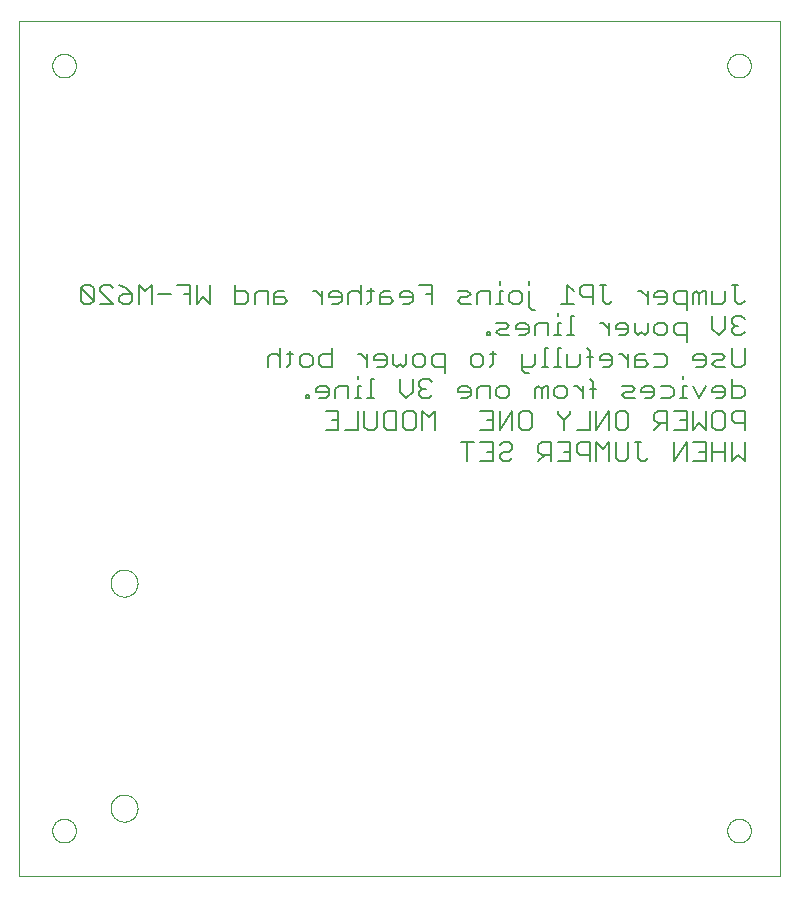
<source format=gbo>
G75*
%MOIN*%
%OFA0B0*%
%FSLAX25Y25*%
%IPPOS*%
%LPD*%
%AMOC8*
5,1,8,0,0,1.08239X$1,22.5*
%
%ADD10C,0.00000*%
%ADD11C,0.00600*%
D10*
X0001000Y0001000D02*
X0001000Y0285961D01*
X0254701Y0285961D01*
X0254701Y0001000D01*
X0001000Y0001000D01*
X0012063Y0016000D02*
X0012065Y0016125D01*
X0012071Y0016250D01*
X0012081Y0016374D01*
X0012095Y0016498D01*
X0012112Y0016622D01*
X0012134Y0016745D01*
X0012160Y0016867D01*
X0012189Y0016989D01*
X0012222Y0017109D01*
X0012260Y0017228D01*
X0012300Y0017347D01*
X0012345Y0017463D01*
X0012393Y0017578D01*
X0012445Y0017692D01*
X0012501Y0017804D01*
X0012560Y0017914D01*
X0012622Y0018022D01*
X0012688Y0018129D01*
X0012757Y0018233D01*
X0012830Y0018334D01*
X0012905Y0018434D01*
X0012984Y0018531D01*
X0013066Y0018625D01*
X0013151Y0018717D01*
X0013238Y0018806D01*
X0013329Y0018892D01*
X0013422Y0018975D01*
X0013518Y0019056D01*
X0013616Y0019133D01*
X0013716Y0019207D01*
X0013819Y0019278D01*
X0013924Y0019345D01*
X0014032Y0019410D01*
X0014141Y0019470D01*
X0014252Y0019528D01*
X0014365Y0019581D01*
X0014479Y0019631D01*
X0014595Y0019678D01*
X0014712Y0019720D01*
X0014831Y0019759D01*
X0014951Y0019795D01*
X0015072Y0019826D01*
X0015194Y0019854D01*
X0015316Y0019877D01*
X0015440Y0019897D01*
X0015564Y0019913D01*
X0015688Y0019925D01*
X0015813Y0019933D01*
X0015938Y0019937D01*
X0016062Y0019937D01*
X0016187Y0019933D01*
X0016312Y0019925D01*
X0016436Y0019913D01*
X0016560Y0019897D01*
X0016684Y0019877D01*
X0016806Y0019854D01*
X0016928Y0019826D01*
X0017049Y0019795D01*
X0017169Y0019759D01*
X0017288Y0019720D01*
X0017405Y0019678D01*
X0017521Y0019631D01*
X0017635Y0019581D01*
X0017748Y0019528D01*
X0017859Y0019470D01*
X0017969Y0019410D01*
X0018076Y0019345D01*
X0018181Y0019278D01*
X0018284Y0019207D01*
X0018384Y0019133D01*
X0018482Y0019056D01*
X0018578Y0018975D01*
X0018671Y0018892D01*
X0018762Y0018806D01*
X0018849Y0018717D01*
X0018934Y0018625D01*
X0019016Y0018531D01*
X0019095Y0018434D01*
X0019170Y0018334D01*
X0019243Y0018233D01*
X0019312Y0018129D01*
X0019378Y0018022D01*
X0019440Y0017914D01*
X0019499Y0017804D01*
X0019555Y0017692D01*
X0019607Y0017578D01*
X0019655Y0017463D01*
X0019700Y0017347D01*
X0019740Y0017228D01*
X0019778Y0017109D01*
X0019811Y0016989D01*
X0019840Y0016867D01*
X0019866Y0016745D01*
X0019888Y0016622D01*
X0019905Y0016498D01*
X0019919Y0016374D01*
X0019929Y0016250D01*
X0019935Y0016125D01*
X0019937Y0016000D01*
X0019935Y0015875D01*
X0019929Y0015750D01*
X0019919Y0015626D01*
X0019905Y0015502D01*
X0019888Y0015378D01*
X0019866Y0015255D01*
X0019840Y0015133D01*
X0019811Y0015011D01*
X0019778Y0014891D01*
X0019740Y0014772D01*
X0019700Y0014653D01*
X0019655Y0014537D01*
X0019607Y0014422D01*
X0019555Y0014308D01*
X0019499Y0014196D01*
X0019440Y0014086D01*
X0019378Y0013978D01*
X0019312Y0013871D01*
X0019243Y0013767D01*
X0019170Y0013666D01*
X0019095Y0013566D01*
X0019016Y0013469D01*
X0018934Y0013375D01*
X0018849Y0013283D01*
X0018762Y0013194D01*
X0018671Y0013108D01*
X0018578Y0013025D01*
X0018482Y0012944D01*
X0018384Y0012867D01*
X0018284Y0012793D01*
X0018181Y0012722D01*
X0018076Y0012655D01*
X0017968Y0012590D01*
X0017859Y0012530D01*
X0017748Y0012472D01*
X0017635Y0012419D01*
X0017521Y0012369D01*
X0017405Y0012322D01*
X0017288Y0012280D01*
X0017169Y0012241D01*
X0017049Y0012205D01*
X0016928Y0012174D01*
X0016806Y0012146D01*
X0016684Y0012123D01*
X0016560Y0012103D01*
X0016436Y0012087D01*
X0016312Y0012075D01*
X0016187Y0012067D01*
X0016062Y0012063D01*
X0015938Y0012063D01*
X0015813Y0012067D01*
X0015688Y0012075D01*
X0015564Y0012087D01*
X0015440Y0012103D01*
X0015316Y0012123D01*
X0015194Y0012146D01*
X0015072Y0012174D01*
X0014951Y0012205D01*
X0014831Y0012241D01*
X0014712Y0012280D01*
X0014595Y0012322D01*
X0014479Y0012369D01*
X0014365Y0012419D01*
X0014252Y0012472D01*
X0014141Y0012530D01*
X0014031Y0012590D01*
X0013924Y0012655D01*
X0013819Y0012722D01*
X0013716Y0012793D01*
X0013616Y0012867D01*
X0013518Y0012944D01*
X0013422Y0013025D01*
X0013329Y0013108D01*
X0013238Y0013194D01*
X0013151Y0013283D01*
X0013066Y0013375D01*
X0012984Y0013469D01*
X0012905Y0013566D01*
X0012830Y0013666D01*
X0012757Y0013767D01*
X0012688Y0013871D01*
X0012622Y0013978D01*
X0012560Y0014086D01*
X0012501Y0014196D01*
X0012445Y0014308D01*
X0012393Y0014422D01*
X0012345Y0014537D01*
X0012300Y0014653D01*
X0012260Y0014772D01*
X0012222Y0014891D01*
X0012189Y0015011D01*
X0012160Y0015133D01*
X0012134Y0015255D01*
X0012112Y0015378D01*
X0012095Y0015502D01*
X0012081Y0015626D01*
X0012071Y0015750D01*
X0012065Y0015875D01*
X0012063Y0016000D01*
X0031500Y0023500D02*
X0031502Y0023634D01*
X0031508Y0023768D01*
X0031518Y0023901D01*
X0031532Y0024035D01*
X0031550Y0024168D01*
X0031572Y0024300D01*
X0031597Y0024431D01*
X0031627Y0024562D01*
X0031661Y0024692D01*
X0031698Y0024820D01*
X0031739Y0024948D01*
X0031784Y0025074D01*
X0031833Y0025199D01*
X0031885Y0025322D01*
X0031941Y0025444D01*
X0032001Y0025564D01*
X0032064Y0025682D01*
X0032131Y0025798D01*
X0032201Y0025912D01*
X0032275Y0026024D01*
X0032352Y0026134D01*
X0032432Y0026242D01*
X0032515Y0026347D01*
X0032601Y0026449D01*
X0032690Y0026549D01*
X0032783Y0026646D01*
X0032878Y0026741D01*
X0032976Y0026832D01*
X0033076Y0026921D01*
X0033179Y0027006D01*
X0033285Y0027089D01*
X0033393Y0027168D01*
X0033503Y0027244D01*
X0033616Y0027317D01*
X0033731Y0027386D01*
X0033847Y0027452D01*
X0033966Y0027514D01*
X0034086Y0027573D01*
X0034209Y0027628D01*
X0034332Y0027680D01*
X0034457Y0027727D01*
X0034584Y0027771D01*
X0034712Y0027812D01*
X0034841Y0027848D01*
X0034971Y0027881D01*
X0035102Y0027909D01*
X0035233Y0027934D01*
X0035366Y0027955D01*
X0035499Y0027972D01*
X0035632Y0027985D01*
X0035766Y0027994D01*
X0035900Y0027999D01*
X0036034Y0028000D01*
X0036167Y0027997D01*
X0036301Y0027990D01*
X0036435Y0027979D01*
X0036568Y0027964D01*
X0036701Y0027945D01*
X0036833Y0027922D01*
X0036964Y0027896D01*
X0037094Y0027865D01*
X0037224Y0027830D01*
X0037352Y0027792D01*
X0037479Y0027750D01*
X0037605Y0027704D01*
X0037730Y0027654D01*
X0037853Y0027601D01*
X0037974Y0027544D01*
X0038094Y0027483D01*
X0038211Y0027419D01*
X0038327Y0027352D01*
X0038441Y0027281D01*
X0038552Y0027206D01*
X0038661Y0027129D01*
X0038768Y0027048D01*
X0038873Y0026964D01*
X0038974Y0026877D01*
X0039074Y0026787D01*
X0039170Y0026694D01*
X0039264Y0026598D01*
X0039355Y0026499D01*
X0039442Y0026398D01*
X0039527Y0026294D01*
X0039609Y0026188D01*
X0039687Y0026080D01*
X0039762Y0025969D01*
X0039834Y0025856D01*
X0039903Y0025740D01*
X0039968Y0025623D01*
X0040029Y0025504D01*
X0040087Y0025383D01*
X0040141Y0025261D01*
X0040192Y0025137D01*
X0040239Y0025011D01*
X0040282Y0024884D01*
X0040321Y0024756D01*
X0040357Y0024627D01*
X0040388Y0024497D01*
X0040416Y0024366D01*
X0040440Y0024234D01*
X0040460Y0024101D01*
X0040476Y0023968D01*
X0040488Y0023835D01*
X0040496Y0023701D01*
X0040500Y0023567D01*
X0040500Y0023433D01*
X0040496Y0023299D01*
X0040488Y0023165D01*
X0040476Y0023032D01*
X0040460Y0022899D01*
X0040440Y0022766D01*
X0040416Y0022634D01*
X0040388Y0022503D01*
X0040357Y0022373D01*
X0040321Y0022244D01*
X0040282Y0022116D01*
X0040239Y0021989D01*
X0040192Y0021863D01*
X0040141Y0021739D01*
X0040087Y0021617D01*
X0040029Y0021496D01*
X0039968Y0021377D01*
X0039903Y0021260D01*
X0039834Y0021144D01*
X0039762Y0021031D01*
X0039687Y0020920D01*
X0039609Y0020812D01*
X0039527Y0020706D01*
X0039442Y0020602D01*
X0039355Y0020501D01*
X0039264Y0020402D01*
X0039170Y0020306D01*
X0039074Y0020213D01*
X0038974Y0020123D01*
X0038873Y0020036D01*
X0038768Y0019952D01*
X0038661Y0019871D01*
X0038552Y0019794D01*
X0038441Y0019719D01*
X0038327Y0019648D01*
X0038211Y0019581D01*
X0038094Y0019517D01*
X0037974Y0019456D01*
X0037853Y0019399D01*
X0037730Y0019346D01*
X0037605Y0019296D01*
X0037479Y0019250D01*
X0037352Y0019208D01*
X0037224Y0019170D01*
X0037094Y0019135D01*
X0036964Y0019104D01*
X0036833Y0019078D01*
X0036701Y0019055D01*
X0036568Y0019036D01*
X0036435Y0019021D01*
X0036301Y0019010D01*
X0036167Y0019003D01*
X0036034Y0019000D01*
X0035900Y0019001D01*
X0035766Y0019006D01*
X0035632Y0019015D01*
X0035499Y0019028D01*
X0035366Y0019045D01*
X0035233Y0019066D01*
X0035102Y0019091D01*
X0034971Y0019119D01*
X0034841Y0019152D01*
X0034712Y0019188D01*
X0034584Y0019229D01*
X0034457Y0019273D01*
X0034332Y0019320D01*
X0034209Y0019372D01*
X0034086Y0019427D01*
X0033966Y0019486D01*
X0033847Y0019548D01*
X0033731Y0019614D01*
X0033616Y0019683D01*
X0033503Y0019756D01*
X0033393Y0019832D01*
X0033285Y0019911D01*
X0033179Y0019994D01*
X0033076Y0020079D01*
X0032976Y0020168D01*
X0032878Y0020259D01*
X0032783Y0020354D01*
X0032690Y0020451D01*
X0032601Y0020551D01*
X0032515Y0020653D01*
X0032432Y0020758D01*
X0032352Y0020866D01*
X0032275Y0020976D01*
X0032201Y0021088D01*
X0032131Y0021202D01*
X0032064Y0021318D01*
X0032001Y0021436D01*
X0031941Y0021556D01*
X0031885Y0021678D01*
X0031833Y0021801D01*
X0031784Y0021926D01*
X0031739Y0022052D01*
X0031698Y0022180D01*
X0031661Y0022308D01*
X0031627Y0022438D01*
X0031597Y0022569D01*
X0031572Y0022700D01*
X0031550Y0022832D01*
X0031532Y0022965D01*
X0031518Y0023099D01*
X0031508Y0023232D01*
X0031502Y0023366D01*
X0031500Y0023500D01*
X0031500Y0098500D02*
X0031502Y0098634D01*
X0031508Y0098768D01*
X0031518Y0098901D01*
X0031532Y0099035D01*
X0031550Y0099168D01*
X0031572Y0099300D01*
X0031597Y0099431D01*
X0031627Y0099562D01*
X0031661Y0099692D01*
X0031698Y0099820D01*
X0031739Y0099948D01*
X0031784Y0100074D01*
X0031833Y0100199D01*
X0031885Y0100322D01*
X0031941Y0100444D01*
X0032001Y0100564D01*
X0032064Y0100682D01*
X0032131Y0100798D01*
X0032201Y0100912D01*
X0032275Y0101024D01*
X0032352Y0101134D01*
X0032432Y0101242D01*
X0032515Y0101347D01*
X0032601Y0101449D01*
X0032690Y0101549D01*
X0032783Y0101646D01*
X0032878Y0101741D01*
X0032976Y0101832D01*
X0033076Y0101921D01*
X0033179Y0102006D01*
X0033285Y0102089D01*
X0033393Y0102168D01*
X0033503Y0102244D01*
X0033616Y0102317D01*
X0033731Y0102386D01*
X0033847Y0102452D01*
X0033966Y0102514D01*
X0034086Y0102573D01*
X0034209Y0102628D01*
X0034332Y0102680D01*
X0034457Y0102727D01*
X0034584Y0102771D01*
X0034712Y0102812D01*
X0034841Y0102848D01*
X0034971Y0102881D01*
X0035102Y0102909D01*
X0035233Y0102934D01*
X0035366Y0102955D01*
X0035499Y0102972D01*
X0035632Y0102985D01*
X0035766Y0102994D01*
X0035900Y0102999D01*
X0036034Y0103000D01*
X0036167Y0102997D01*
X0036301Y0102990D01*
X0036435Y0102979D01*
X0036568Y0102964D01*
X0036701Y0102945D01*
X0036833Y0102922D01*
X0036964Y0102896D01*
X0037094Y0102865D01*
X0037224Y0102830D01*
X0037352Y0102792D01*
X0037479Y0102750D01*
X0037605Y0102704D01*
X0037730Y0102654D01*
X0037853Y0102601D01*
X0037974Y0102544D01*
X0038094Y0102483D01*
X0038211Y0102419D01*
X0038327Y0102352D01*
X0038441Y0102281D01*
X0038552Y0102206D01*
X0038661Y0102129D01*
X0038768Y0102048D01*
X0038873Y0101964D01*
X0038974Y0101877D01*
X0039074Y0101787D01*
X0039170Y0101694D01*
X0039264Y0101598D01*
X0039355Y0101499D01*
X0039442Y0101398D01*
X0039527Y0101294D01*
X0039609Y0101188D01*
X0039687Y0101080D01*
X0039762Y0100969D01*
X0039834Y0100856D01*
X0039903Y0100740D01*
X0039968Y0100623D01*
X0040029Y0100504D01*
X0040087Y0100383D01*
X0040141Y0100261D01*
X0040192Y0100137D01*
X0040239Y0100011D01*
X0040282Y0099884D01*
X0040321Y0099756D01*
X0040357Y0099627D01*
X0040388Y0099497D01*
X0040416Y0099366D01*
X0040440Y0099234D01*
X0040460Y0099101D01*
X0040476Y0098968D01*
X0040488Y0098835D01*
X0040496Y0098701D01*
X0040500Y0098567D01*
X0040500Y0098433D01*
X0040496Y0098299D01*
X0040488Y0098165D01*
X0040476Y0098032D01*
X0040460Y0097899D01*
X0040440Y0097766D01*
X0040416Y0097634D01*
X0040388Y0097503D01*
X0040357Y0097373D01*
X0040321Y0097244D01*
X0040282Y0097116D01*
X0040239Y0096989D01*
X0040192Y0096863D01*
X0040141Y0096739D01*
X0040087Y0096617D01*
X0040029Y0096496D01*
X0039968Y0096377D01*
X0039903Y0096260D01*
X0039834Y0096144D01*
X0039762Y0096031D01*
X0039687Y0095920D01*
X0039609Y0095812D01*
X0039527Y0095706D01*
X0039442Y0095602D01*
X0039355Y0095501D01*
X0039264Y0095402D01*
X0039170Y0095306D01*
X0039074Y0095213D01*
X0038974Y0095123D01*
X0038873Y0095036D01*
X0038768Y0094952D01*
X0038661Y0094871D01*
X0038552Y0094794D01*
X0038441Y0094719D01*
X0038327Y0094648D01*
X0038211Y0094581D01*
X0038094Y0094517D01*
X0037974Y0094456D01*
X0037853Y0094399D01*
X0037730Y0094346D01*
X0037605Y0094296D01*
X0037479Y0094250D01*
X0037352Y0094208D01*
X0037224Y0094170D01*
X0037094Y0094135D01*
X0036964Y0094104D01*
X0036833Y0094078D01*
X0036701Y0094055D01*
X0036568Y0094036D01*
X0036435Y0094021D01*
X0036301Y0094010D01*
X0036167Y0094003D01*
X0036034Y0094000D01*
X0035900Y0094001D01*
X0035766Y0094006D01*
X0035632Y0094015D01*
X0035499Y0094028D01*
X0035366Y0094045D01*
X0035233Y0094066D01*
X0035102Y0094091D01*
X0034971Y0094119D01*
X0034841Y0094152D01*
X0034712Y0094188D01*
X0034584Y0094229D01*
X0034457Y0094273D01*
X0034332Y0094320D01*
X0034209Y0094372D01*
X0034086Y0094427D01*
X0033966Y0094486D01*
X0033847Y0094548D01*
X0033731Y0094614D01*
X0033616Y0094683D01*
X0033503Y0094756D01*
X0033393Y0094832D01*
X0033285Y0094911D01*
X0033179Y0094994D01*
X0033076Y0095079D01*
X0032976Y0095168D01*
X0032878Y0095259D01*
X0032783Y0095354D01*
X0032690Y0095451D01*
X0032601Y0095551D01*
X0032515Y0095653D01*
X0032432Y0095758D01*
X0032352Y0095866D01*
X0032275Y0095976D01*
X0032201Y0096088D01*
X0032131Y0096202D01*
X0032064Y0096318D01*
X0032001Y0096436D01*
X0031941Y0096556D01*
X0031885Y0096678D01*
X0031833Y0096801D01*
X0031784Y0096926D01*
X0031739Y0097052D01*
X0031698Y0097180D01*
X0031661Y0097308D01*
X0031627Y0097438D01*
X0031597Y0097569D01*
X0031572Y0097700D01*
X0031550Y0097832D01*
X0031532Y0097965D01*
X0031518Y0098099D01*
X0031508Y0098232D01*
X0031502Y0098366D01*
X0031500Y0098500D01*
X0012063Y0271000D02*
X0012065Y0271125D01*
X0012071Y0271250D01*
X0012081Y0271374D01*
X0012095Y0271498D01*
X0012112Y0271622D01*
X0012134Y0271745D01*
X0012160Y0271867D01*
X0012189Y0271989D01*
X0012222Y0272109D01*
X0012260Y0272228D01*
X0012300Y0272347D01*
X0012345Y0272463D01*
X0012393Y0272578D01*
X0012445Y0272692D01*
X0012501Y0272804D01*
X0012560Y0272914D01*
X0012622Y0273022D01*
X0012688Y0273129D01*
X0012757Y0273233D01*
X0012830Y0273334D01*
X0012905Y0273434D01*
X0012984Y0273531D01*
X0013066Y0273625D01*
X0013151Y0273717D01*
X0013238Y0273806D01*
X0013329Y0273892D01*
X0013422Y0273975D01*
X0013518Y0274056D01*
X0013616Y0274133D01*
X0013716Y0274207D01*
X0013819Y0274278D01*
X0013924Y0274345D01*
X0014032Y0274410D01*
X0014141Y0274470D01*
X0014252Y0274528D01*
X0014365Y0274581D01*
X0014479Y0274631D01*
X0014595Y0274678D01*
X0014712Y0274720D01*
X0014831Y0274759D01*
X0014951Y0274795D01*
X0015072Y0274826D01*
X0015194Y0274854D01*
X0015316Y0274877D01*
X0015440Y0274897D01*
X0015564Y0274913D01*
X0015688Y0274925D01*
X0015813Y0274933D01*
X0015938Y0274937D01*
X0016062Y0274937D01*
X0016187Y0274933D01*
X0016312Y0274925D01*
X0016436Y0274913D01*
X0016560Y0274897D01*
X0016684Y0274877D01*
X0016806Y0274854D01*
X0016928Y0274826D01*
X0017049Y0274795D01*
X0017169Y0274759D01*
X0017288Y0274720D01*
X0017405Y0274678D01*
X0017521Y0274631D01*
X0017635Y0274581D01*
X0017748Y0274528D01*
X0017859Y0274470D01*
X0017969Y0274410D01*
X0018076Y0274345D01*
X0018181Y0274278D01*
X0018284Y0274207D01*
X0018384Y0274133D01*
X0018482Y0274056D01*
X0018578Y0273975D01*
X0018671Y0273892D01*
X0018762Y0273806D01*
X0018849Y0273717D01*
X0018934Y0273625D01*
X0019016Y0273531D01*
X0019095Y0273434D01*
X0019170Y0273334D01*
X0019243Y0273233D01*
X0019312Y0273129D01*
X0019378Y0273022D01*
X0019440Y0272914D01*
X0019499Y0272804D01*
X0019555Y0272692D01*
X0019607Y0272578D01*
X0019655Y0272463D01*
X0019700Y0272347D01*
X0019740Y0272228D01*
X0019778Y0272109D01*
X0019811Y0271989D01*
X0019840Y0271867D01*
X0019866Y0271745D01*
X0019888Y0271622D01*
X0019905Y0271498D01*
X0019919Y0271374D01*
X0019929Y0271250D01*
X0019935Y0271125D01*
X0019937Y0271000D01*
X0019935Y0270875D01*
X0019929Y0270750D01*
X0019919Y0270626D01*
X0019905Y0270502D01*
X0019888Y0270378D01*
X0019866Y0270255D01*
X0019840Y0270133D01*
X0019811Y0270011D01*
X0019778Y0269891D01*
X0019740Y0269772D01*
X0019700Y0269653D01*
X0019655Y0269537D01*
X0019607Y0269422D01*
X0019555Y0269308D01*
X0019499Y0269196D01*
X0019440Y0269086D01*
X0019378Y0268978D01*
X0019312Y0268871D01*
X0019243Y0268767D01*
X0019170Y0268666D01*
X0019095Y0268566D01*
X0019016Y0268469D01*
X0018934Y0268375D01*
X0018849Y0268283D01*
X0018762Y0268194D01*
X0018671Y0268108D01*
X0018578Y0268025D01*
X0018482Y0267944D01*
X0018384Y0267867D01*
X0018284Y0267793D01*
X0018181Y0267722D01*
X0018076Y0267655D01*
X0017968Y0267590D01*
X0017859Y0267530D01*
X0017748Y0267472D01*
X0017635Y0267419D01*
X0017521Y0267369D01*
X0017405Y0267322D01*
X0017288Y0267280D01*
X0017169Y0267241D01*
X0017049Y0267205D01*
X0016928Y0267174D01*
X0016806Y0267146D01*
X0016684Y0267123D01*
X0016560Y0267103D01*
X0016436Y0267087D01*
X0016312Y0267075D01*
X0016187Y0267067D01*
X0016062Y0267063D01*
X0015938Y0267063D01*
X0015813Y0267067D01*
X0015688Y0267075D01*
X0015564Y0267087D01*
X0015440Y0267103D01*
X0015316Y0267123D01*
X0015194Y0267146D01*
X0015072Y0267174D01*
X0014951Y0267205D01*
X0014831Y0267241D01*
X0014712Y0267280D01*
X0014595Y0267322D01*
X0014479Y0267369D01*
X0014365Y0267419D01*
X0014252Y0267472D01*
X0014141Y0267530D01*
X0014031Y0267590D01*
X0013924Y0267655D01*
X0013819Y0267722D01*
X0013716Y0267793D01*
X0013616Y0267867D01*
X0013518Y0267944D01*
X0013422Y0268025D01*
X0013329Y0268108D01*
X0013238Y0268194D01*
X0013151Y0268283D01*
X0013066Y0268375D01*
X0012984Y0268469D01*
X0012905Y0268566D01*
X0012830Y0268666D01*
X0012757Y0268767D01*
X0012688Y0268871D01*
X0012622Y0268978D01*
X0012560Y0269086D01*
X0012501Y0269196D01*
X0012445Y0269308D01*
X0012393Y0269422D01*
X0012345Y0269537D01*
X0012300Y0269653D01*
X0012260Y0269772D01*
X0012222Y0269891D01*
X0012189Y0270011D01*
X0012160Y0270133D01*
X0012134Y0270255D01*
X0012112Y0270378D01*
X0012095Y0270502D01*
X0012081Y0270626D01*
X0012071Y0270750D01*
X0012065Y0270875D01*
X0012063Y0271000D01*
X0237063Y0271000D02*
X0237065Y0271125D01*
X0237071Y0271250D01*
X0237081Y0271374D01*
X0237095Y0271498D01*
X0237112Y0271622D01*
X0237134Y0271745D01*
X0237160Y0271867D01*
X0237189Y0271989D01*
X0237222Y0272109D01*
X0237260Y0272228D01*
X0237300Y0272347D01*
X0237345Y0272463D01*
X0237393Y0272578D01*
X0237445Y0272692D01*
X0237501Y0272804D01*
X0237560Y0272914D01*
X0237622Y0273022D01*
X0237688Y0273129D01*
X0237757Y0273233D01*
X0237830Y0273334D01*
X0237905Y0273434D01*
X0237984Y0273531D01*
X0238066Y0273625D01*
X0238151Y0273717D01*
X0238238Y0273806D01*
X0238329Y0273892D01*
X0238422Y0273975D01*
X0238518Y0274056D01*
X0238616Y0274133D01*
X0238716Y0274207D01*
X0238819Y0274278D01*
X0238924Y0274345D01*
X0239032Y0274410D01*
X0239141Y0274470D01*
X0239252Y0274528D01*
X0239365Y0274581D01*
X0239479Y0274631D01*
X0239595Y0274678D01*
X0239712Y0274720D01*
X0239831Y0274759D01*
X0239951Y0274795D01*
X0240072Y0274826D01*
X0240194Y0274854D01*
X0240316Y0274877D01*
X0240440Y0274897D01*
X0240564Y0274913D01*
X0240688Y0274925D01*
X0240813Y0274933D01*
X0240938Y0274937D01*
X0241062Y0274937D01*
X0241187Y0274933D01*
X0241312Y0274925D01*
X0241436Y0274913D01*
X0241560Y0274897D01*
X0241684Y0274877D01*
X0241806Y0274854D01*
X0241928Y0274826D01*
X0242049Y0274795D01*
X0242169Y0274759D01*
X0242288Y0274720D01*
X0242405Y0274678D01*
X0242521Y0274631D01*
X0242635Y0274581D01*
X0242748Y0274528D01*
X0242859Y0274470D01*
X0242969Y0274410D01*
X0243076Y0274345D01*
X0243181Y0274278D01*
X0243284Y0274207D01*
X0243384Y0274133D01*
X0243482Y0274056D01*
X0243578Y0273975D01*
X0243671Y0273892D01*
X0243762Y0273806D01*
X0243849Y0273717D01*
X0243934Y0273625D01*
X0244016Y0273531D01*
X0244095Y0273434D01*
X0244170Y0273334D01*
X0244243Y0273233D01*
X0244312Y0273129D01*
X0244378Y0273022D01*
X0244440Y0272914D01*
X0244499Y0272804D01*
X0244555Y0272692D01*
X0244607Y0272578D01*
X0244655Y0272463D01*
X0244700Y0272347D01*
X0244740Y0272228D01*
X0244778Y0272109D01*
X0244811Y0271989D01*
X0244840Y0271867D01*
X0244866Y0271745D01*
X0244888Y0271622D01*
X0244905Y0271498D01*
X0244919Y0271374D01*
X0244929Y0271250D01*
X0244935Y0271125D01*
X0244937Y0271000D01*
X0244935Y0270875D01*
X0244929Y0270750D01*
X0244919Y0270626D01*
X0244905Y0270502D01*
X0244888Y0270378D01*
X0244866Y0270255D01*
X0244840Y0270133D01*
X0244811Y0270011D01*
X0244778Y0269891D01*
X0244740Y0269772D01*
X0244700Y0269653D01*
X0244655Y0269537D01*
X0244607Y0269422D01*
X0244555Y0269308D01*
X0244499Y0269196D01*
X0244440Y0269086D01*
X0244378Y0268978D01*
X0244312Y0268871D01*
X0244243Y0268767D01*
X0244170Y0268666D01*
X0244095Y0268566D01*
X0244016Y0268469D01*
X0243934Y0268375D01*
X0243849Y0268283D01*
X0243762Y0268194D01*
X0243671Y0268108D01*
X0243578Y0268025D01*
X0243482Y0267944D01*
X0243384Y0267867D01*
X0243284Y0267793D01*
X0243181Y0267722D01*
X0243076Y0267655D01*
X0242968Y0267590D01*
X0242859Y0267530D01*
X0242748Y0267472D01*
X0242635Y0267419D01*
X0242521Y0267369D01*
X0242405Y0267322D01*
X0242288Y0267280D01*
X0242169Y0267241D01*
X0242049Y0267205D01*
X0241928Y0267174D01*
X0241806Y0267146D01*
X0241684Y0267123D01*
X0241560Y0267103D01*
X0241436Y0267087D01*
X0241312Y0267075D01*
X0241187Y0267067D01*
X0241062Y0267063D01*
X0240938Y0267063D01*
X0240813Y0267067D01*
X0240688Y0267075D01*
X0240564Y0267087D01*
X0240440Y0267103D01*
X0240316Y0267123D01*
X0240194Y0267146D01*
X0240072Y0267174D01*
X0239951Y0267205D01*
X0239831Y0267241D01*
X0239712Y0267280D01*
X0239595Y0267322D01*
X0239479Y0267369D01*
X0239365Y0267419D01*
X0239252Y0267472D01*
X0239141Y0267530D01*
X0239031Y0267590D01*
X0238924Y0267655D01*
X0238819Y0267722D01*
X0238716Y0267793D01*
X0238616Y0267867D01*
X0238518Y0267944D01*
X0238422Y0268025D01*
X0238329Y0268108D01*
X0238238Y0268194D01*
X0238151Y0268283D01*
X0238066Y0268375D01*
X0237984Y0268469D01*
X0237905Y0268566D01*
X0237830Y0268666D01*
X0237757Y0268767D01*
X0237688Y0268871D01*
X0237622Y0268978D01*
X0237560Y0269086D01*
X0237501Y0269196D01*
X0237445Y0269308D01*
X0237393Y0269422D01*
X0237345Y0269537D01*
X0237300Y0269653D01*
X0237260Y0269772D01*
X0237222Y0269891D01*
X0237189Y0270011D01*
X0237160Y0270133D01*
X0237134Y0270255D01*
X0237112Y0270378D01*
X0237095Y0270502D01*
X0237081Y0270626D01*
X0237071Y0270750D01*
X0237065Y0270875D01*
X0237063Y0271000D01*
X0237063Y0016000D02*
X0237065Y0016125D01*
X0237071Y0016250D01*
X0237081Y0016374D01*
X0237095Y0016498D01*
X0237112Y0016622D01*
X0237134Y0016745D01*
X0237160Y0016867D01*
X0237189Y0016989D01*
X0237222Y0017109D01*
X0237260Y0017228D01*
X0237300Y0017347D01*
X0237345Y0017463D01*
X0237393Y0017578D01*
X0237445Y0017692D01*
X0237501Y0017804D01*
X0237560Y0017914D01*
X0237622Y0018022D01*
X0237688Y0018129D01*
X0237757Y0018233D01*
X0237830Y0018334D01*
X0237905Y0018434D01*
X0237984Y0018531D01*
X0238066Y0018625D01*
X0238151Y0018717D01*
X0238238Y0018806D01*
X0238329Y0018892D01*
X0238422Y0018975D01*
X0238518Y0019056D01*
X0238616Y0019133D01*
X0238716Y0019207D01*
X0238819Y0019278D01*
X0238924Y0019345D01*
X0239032Y0019410D01*
X0239141Y0019470D01*
X0239252Y0019528D01*
X0239365Y0019581D01*
X0239479Y0019631D01*
X0239595Y0019678D01*
X0239712Y0019720D01*
X0239831Y0019759D01*
X0239951Y0019795D01*
X0240072Y0019826D01*
X0240194Y0019854D01*
X0240316Y0019877D01*
X0240440Y0019897D01*
X0240564Y0019913D01*
X0240688Y0019925D01*
X0240813Y0019933D01*
X0240938Y0019937D01*
X0241062Y0019937D01*
X0241187Y0019933D01*
X0241312Y0019925D01*
X0241436Y0019913D01*
X0241560Y0019897D01*
X0241684Y0019877D01*
X0241806Y0019854D01*
X0241928Y0019826D01*
X0242049Y0019795D01*
X0242169Y0019759D01*
X0242288Y0019720D01*
X0242405Y0019678D01*
X0242521Y0019631D01*
X0242635Y0019581D01*
X0242748Y0019528D01*
X0242859Y0019470D01*
X0242969Y0019410D01*
X0243076Y0019345D01*
X0243181Y0019278D01*
X0243284Y0019207D01*
X0243384Y0019133D01*
X0243482Y0019056D01*
X0243578Y0018975D01*
X0243671Y0018892D01*
X0243762Y0018806D01*
X0243849Y0018717D01*
X0243934Y0018625D01*
X0244016Y0018531D01*
X0244095Y0018434D01*
X0244170Y0018334D01*
X0244243Y0018233D01*
X0244312Y0018129D01*
X0244378Y0018022D01*
X0244440Y0017914D01*
X0244499Y0017804D01*
X0244555Y0017692D01*
X0244607Y0017578D01*
X0244655Y0017463D01*
X0244700Y0017347D01*
X0244740Y0017228D01*
X0244778Y0017109D01*
X0244811Y0016989D01*
X0244840Y0016867D01*
X0244866Y0016745D01*
X0244888Y0016622D01*
X0244905Y0016498D01*
X0244919Y0016374D01*
X0244929Y0016250D01*
X0244935Y0016125D01*
X0244937Y0016000D01*
X0244935Y0015875D01*
X0244929Y0015750D01*
X0244919Y0015626D01*
X0244905Y0015502D01*
X0244888Y0015378D01*
X0244866Y0015255D01*
X0244840Y0015133D01*
X0244811Y0015011D01*
X0244778Y0014891D01*
X0244740Y0014772D01*
X0244700Y0014653D01*
X0244655Y0014537D01*
X0244607Y0014422D01*
X0244555Y0014308D01*
X0244499Y0014196D01*
X0244440Y0014086D01*
X0244378Y0013978D01*
X0244312Y0013871D01*
X0244243Y0013767D01*
X0244170Y0013666D01*
X0244095Y0013566D01*
X0244016Y0013469D01*
X0243934Y0013375D01*
X0243849Y0013283D01*
X0243762Y0013194D01*
X0243671Y0013108D01*
X0243578Y0013025D01*
X0243482Y0012944D01*
X0243384Y0012867D01*
X0243284Y0012793D01*
X0243181Y0012722D01*
X0243076Y0012655D01*
X0242968Y0012590D01*
X0242859Y0012530D01*
X0242748Y0012472D01*
X0242635Y0012419D01*
X0242521Y0012369D01*
X0242405Y0012322D01*
X0242288Y0012280D01*
X0242169Y0012241D01*
X0242049Y0012205D01*
X0241928Y0012174D01*
X0241806Y0012146D01*
X0241684Y0012123D01*
X0241560Y0012103D01*
X0241436Y0012087D01*
X0241312Y0012075D01*
X0241187Y0012067D01*
X0241062Y0012063D01*
X0240938Y0012063D01*
X0240813Y0012067D01*
X0240688Y0012075D01*
X0240564Y0012087D01*
X0240440Y0012103D01*
X0240316Y0012123D01*
X0240194Y0012146D01*
X0240072Y0012174D01*
X0239951Y0012205D01*
X0239831Y0012241D01*
X0239712Y0012280D01*
X0239595Y0012322D01*
X0239479Y0012369D01*
X0239365Y0012419D01*
X0239252Y0012472D01*
X0239141Y0012530D01*
X0239031Y0012590D01*
X0238924Y0012655D01*
X0238819Y0012722D01*
X0238716Y0012793D01*
X0238616Y0012867D01*
X0238518Y0012944D01*
X0238422Y0013025D01*
X0238329Y0013108D01*
X0238238Y0013194D01*
X0238151Y0013283D01*
X0238066Y0013375D01*
X0237984Y0013469D01*
X0237905Y0013566D01*
X0237830Y0013666D01*
X0237757Y0013767D01*
X0237688Y0013871D01*
X0237622Y0013978D01*
X0237560Y0014086D01*
X0237501Y0014196D01*
X0237445Y0014308D01*
X0237393Y0014422D01*
X0237345Y0014537D01*
X0237300Y0014653D01*
X0237260Y0014772D01*
X0237222Y0014891D01*
X0237189Y0015011D01*
X0237160Y0015133D01*
X0237134Y0015255D01*
X0237112Y0015378D01*
X0237095Y0015502D01*
X0237081Y0015626D01*
X0237071Y0015750D01*
X0237065Y0015875D01*
X0237063Y0016000D01*
D11*
X0236380Y0139095D02*
X0236380Y0145501D01*
X0238556Y0145501D02*
X0238556Y0139095D01*
X0240691Y0141230D01*
X0242826Y0139095D01*
X0242826Y0145501D01*
X0242826Y0149595D02*
X0242826Y0156001D01*
X0239623Y0156001D01*
X0238556Y0154933D01*
X0238556Y0152798D01*
X0239623Y0151730D01*
X0242826Y0151730D01*
X0236380Y0150663D02*
X0235313Y0149595D01*
X0233178Y0149595D01*
X0232110Y0150663D01*
X0232110Y0154933D01*
X0233178Y0156001D01*
X0235313Y0156001D01*
X0236380Y0154933D01*
X0236380Y0150663D01*
X0232110Y0145501D02*
X0232110Y0139095D01*
X0229935Y0139095D02*
X0225665Y0139095D01*
X0223489Y0139095D02*
X0223489Y0145501D01*
X0219219Y0139095D01*
X0219219Y0145501D01*
X0219219Y0149595D02*
X0223489Y0149595D01*
X0223489Y0156001D01*
X0219219Y0156001D01*
X0217044Y0156001D02*
X0213841Y0156001D01*
X0212774Y0154933D01*
X0212774Y0152798D01*
X0213841Y0151730D01*
X0217044Y0151730D01*
X0217044Y0149595D02*
X0217044Y0156001D01*
X0218125Y0160095D02*
X0214922Y0160095D01*
X0212747Y0161163D02*
X0212747Y0163298D01*
X0211679Y0164366D01*
X0209544Y0164366D01*
X0208477Y0163298D01*
X0208477Y0162230D01*
X0212747Y0162230D01*
X0212747Y0161163D02*
X0211679Y0160095D01*
X0209544Y0160095D01*
X0206302Y0160095D02*
X0203099Y0160095D01*
X0202031Y0161163D01*
X0203099Y0162230D01*
X0205234Y0162230D01*
X0206302Y0163298D01*
X0205234Y0164366D01*
X0202031Y0164366D01*
X0204153Y0170595D02*
X0204153Y0174866D01*
X0202018Y0174866D02*
X0200950Y0174866D01*
X0202018Y0174866D02*
X0204153Y0172730D01*
X0206328Y0172730D02*
X0209531Y0172730D01*
X0210598Y0171663D01*
X0209531Y0170595D01*
X0206328Y0170595D01*
X0206328Y0173798D01*
X0207396Y0174866D01*
X0209531Y0174866D01*
X0212774Y0174866D02*
X0215976Y0174866D01*
X0217044Y0173798D01*
X0217044Y0171663D01*
X0215976Y0170595D01*
X0212774Y0170595D01*
X0214922Y0164366D02*
X0218125Y0164366D01*
X0219192Y0163298D01*
X0219192Y0161163D01*
X0218125Y0160095D01*
X0221354Y0160095D02*
X0223489Y0160095D01*
X0222422Y0160095D02*
X0222422Y0164366D01*
X0223489Y0164366D01*
X0225665Y0164366D02*
X0227800Y0160095D01*
X0229935Y0164366D01*
X0232110Y0163298D02*
X0232110Y0162230D01*
X0236380Y0162230D01*
X0236380Y0161163D02*
X0236380Y0163298D01*
X0235313Y0164366D01*
X0233178Y0164366D01*
X0232110Y0163298D01*
X0233178Y0160095D02*
X0235313Y0160095D01*
X0236380Y0161163D01*
X0238556Y0160095D02*
X0241758Y0160095D01*
X0242826Y0161163D01*
X0242826Y0163298D01*
X0241758Y0164366D01*
X0238556Y0164366D01*
X0238556Y0166501D02*
X0238556Y0160095D01*
X0229935Y0156001D02*
X0229935Y0149595D01*
X0227800Y0151730D01*
X0225665Y0149595D01*
X0225665Y0156001D01*
X0223489Y0152798D02*
X0221354Y0152798D01*
X0214909Y0151730D02*
X0212774Y0149595D01*
X0208463Y0145501D02*
X0206328Y0145501D01*
X0207396Y0145501D02*
X0207396Y0140163D01*
X0208463Y0139095D01*
X0209531Y0139095D01*
X0210598Y0140163D01*
X0204153Y0140163D02*
X0203085Y0139095D01*
X0200950Y0139095D01*
X0199883Y0140163D01*
X0199883Y0145501D01*
X0197708Y0145501D02*
X0195572Y0143366D01*
X0193437Y0145501D01*
X0193437Y0139095D01*
X0191262Y0139095D02*
X0191262Y0145501D01*
X0188059Y0145501D01*
X0186992Y0144433D01*
X0186992Y0142298D01*
X0188059Y0141230D01*
X0191262Y0141230D01*
X0184817Y0142298D02*
X0182681Y0142298D01*
X0184817Y0139095D02*
X0180546Y0139095D01*
X0178371Y0139095D02*
X0178371Y0145501D01*
X0175168Y0145501D01*
X0174101Y0144433D01*
X0174101Y0142298D01*
X0175168Y0141230D01*
X0178371Y0141230D01*
X0176236Y0141230D02*
X0174101Y0139095D01*
X0180546Y0145501D02*
X0184817Y0145501D01*
X0184817Y0139095D01*
X0182681Y0149595D02*
X0182681Y0152798D01*
X0180546Y0154933D01*
X0180546Y0156001D01*
X0182681Y0152798D02*
X0184817Y0154933D01*
X0184817Y0156001D01*
X0182675Y0160095D02*
X0183742Y0161163D01*
X0183742Y0163298D01*
X0182675Y0164366D01*
X0180540Y0164366D01*
X0179472Y0163298D01*
X0179472Y0161163D01*
X0180540Y0160095D01*
X0182675Y0160095D01*
X0185911Y0164366D02*
X0186978Y0164366D01*
X0189114Y0162230D01*
X0189114Y0160095D02*
X0189114Y0164366D01*
X0191275Y0163298D02*
X0193411Y0163298D01*
X0192343Y0165433D02*
X0192343Y0160095D01*
X0191262Y0156001D02*
X0191262Y0149595D01*
X0186992Y0149595D01*
X0193437Y0149595D02*
X0193437Y0156001D01*
X0197708Y0156001D02*
X0193437Y0149595D01*
X0197708Y0149595D02*
X0197708Y0156001D01*
X0199883Y0154933D02*
X0200950Y0156001D01*
X0203085Y0156001D01*
X0204153Y0154933D01*
X0204153Y0150663D01*
X0203085Y0149595D01*
X0200950Y0149595D01*
X0199883Y0150663D01*
X0199883Y0154933D01*
X0197708Y0145501D02*
X0197708Y0139095D01*
X0204153Y0140163D02*
X0204153Y0145501D01*
X0192343Y0165433D02*
X0191275Y0166501D01*
X0191269Y0170595D02*
X0191269Y0175933D01*
X0190201Y0177001D01*
X0188039Y0174866D02*
X0188039Y0171663D01*
X0186972Y0170595D01*
X0183769Y0170595D01*
X0183769Y0174866D01*
X0181594Y0177001D02*
X0180526Y0177001D01*
X0180526Y0170595D01*
X0179459Y0170595D02*
X0181594Y0170595D01*
X0177297Y0170595D02*
X0175162Y0170595D01*
X0176229Y0170595D02*
X0176229Y0177001D01*
X0177297Y0177001D01*
X0177297Y0181095D02*
X0177297Y0185366D01*
X0174094Y0185366D01*
X0173026Y0184298D01*
X0173026Y0181095D01*
X0170851Y0182163D02*
X0170851Y0184298D01*
X0169784Y0185366D01*
X0167649Y0185366D01*
X0166581Y0184298D01*
X0166581Y0183230D01*
X0170851Y0183230D01*
X0170851Y0182163D02*
X0169784Y0181095D01*
X0167649Y0181095D01*
X0164406Y0181095D02*
X0161203Y0181095D01*
X0160135Y0182163D01*
X0161203Y0183230D01*
X0163338Y0183230D01*
X0164406Y0184298D01*
X0163338Y0185366D01*
X0160135Y0185366D01*
X0157960Y0182163D02*
X0156893Y0182163D01*
X0156893Y0181095D01*
X0157960Y0181095D01*
X0157960Y0182163D01*
X0159041Y0175933D02*
X0159041Y0171663D01*
X0157974Y0170595D01*
X0155812Y0171663D02*
X0155812Y0173798D01*
X0154744Y0174866D01*
X0152609Y0174866D01*
X0151541Y0173798D01*
X0151541Y0171663D01*
X0152609Y0170595D01*
X0154744Y0170595D01*
X0155812Y0171663D01*
X0157974Y0174866D02*
X0160109Y0174866D01*
X0168729Y0174866D02*
X0168729Y0169528D01*
X0169797Y0168460D01*
X0170865Y0168460D01*
X0171932Y0170595D02*
X0168729Y0170595D01*
X0171932Y0170595D02*
X0173000Y0171663D01*
X0173000Y0174866D01*
X0179459Y0181095D02*
X0181594Y0181095D01*
X0180526Y0181095D02*
X0180526Y0185366D01*
X0181594Y0185366D01*
X0180526Y0187501D02*
X0180526Y0188568D01*
X0181620Y0191595D02*
X0185891Y0191595D01*
X0183756Y0191595D02*
X0183756Y0198001D01*
X0185891Y0195866D01*
X0188066Y0196933D02*
X0188066Y0194798D01*
X0189134Y0193730D01*
X0192336Y0193730D01*
X0192336Y0191595D02*
X0192336Y0198001D01*
X0189134Y0198001D01*
X0188066Y0196933D01*
X0194511Y0198001D02*
X0196647Y0198001D01*
X0195579Y0198001D02*
X0195579Y0192663D01*
X0196647Y0191595D01*
X0197714Y0191595D01*
X0198782Y0192663D01*
X0197708Y0185366D02*
X0197708Y0181095D01*
X0197708Y0183230D02*
X0195572Y0185366D01*
X0194505Y0185366D01*
X0199883Y0184298D02*
X0199883Y0183230D01*
X0204153Y0183230D01*
X0204153Y0182163D02*
X0204153Y0184298D01*
X0203085Y0185366D01*
X0200950Y0185366D01*
X0199883Y0184298D01*
X0200950Y0181095D02*
X0203085Y0181095D01*
X0204153Y0182163D01*
X0206328Y0182163D02*
X0206328Y0185366D01*
X0206328Y0182163D02*
X0207396Y0181095D01*
X0208463Y0182163D01*
X0209531Y0181095D01*
X0210598Y0182163D01*
X0210598Y0185366D01*
X0212774Y0184298D02*
X0212774Y0182163D01*
X0213841Y0181095D01*
X0215976Y0181095D01*
X0217044Y0182163D01*
X0217044Y0184298D01*
X0215976Y0185366D01*
X0213841Y0185366D01*
X0212774Y0184298D01*
X0219219Y0184298D02*
X0219219Y0182163D01*
X0220287Y0181095D01*
X0223489Y0181095D01*
X0223489Y0178960D02*
X0223489Y0185366D01*
X0220287Y0185366D01*
X0219219Y0184298D01*
X0223489Y0189460D02*
X0223489Y0195866D01*
X0220287Y0195866D01*
X0219219Y0194798D01*
X0219219Y0192663D01*
X0220287Y0191595D01*
X0223489Y0191595D01*
X0225665Y0191595D02*
X0225665Y0194798D01*
X0226732Y0195866D01*
X0227800Y0194798D01*
X0227800Y0191595D01*
X0229935Y0191595D02*
X0229935Y0195866D01*
X0228867Y0195866D01*
X0227800Y0194798D01*
X0232110Y0195866D02*
X0232110Y0191595D01*
X0235313Y0191595D01*
X0236380Y0192663D01*
X0236380Y0195866D01*
X0238556Y0198001D02*
X0240691Y0198001D01*
X0239623Y0198001D02*
X0239623Y0192663D01*
X0240691Y0191595D01*
X0241758Y0191595D01*
X0242826Y0192663D01*
X0241758Y0187501D02*
X0239623Y0187501D01*
X0238556Y0186433D01*
X0238556Y0185366D01*
X0239623Y0184298D01*
X0238556Y0183230D01*
X0238556Y0182163D01*
X0239623Y0181095D01*
X0241758Y0181095D01*
X0242826Y0182163D01*
X0240691Y0184298D02*
X0239623Y0184298D01*
X0236380Y0183230D02*
X0234245Y0181095D01*
X0232110Y0183230D01*
X0232110Y0187501D01*
X0236380Y0187501D02*
X0236380Y0183230D01*
X0238556Y0177001D02*
X0238556Y0171663D01*
X0239623Y0170595D01*
X0241758Y0170595D01*
X0242826Y0171663D01*
X0242826Y0177001D01*
X0236380Y0173798D02*
X0235313Y0174866D01*
X0232110Y0174866D01*
X0233178Y0172730D02*
X0232110Y0171663D01*
X0233178Y0170595D01*
X0236380Y0170595D01*
X0235313Y0172730D02*
X0233178Y0172730D01*
X0235313Y0172730D02*
X0236380Y0173798D01*
X0229935Y0173798D02*
X0229935Y0171663D01*
X0228867Y0170595D01*
X0226732Y0170595D01*
X0225665Y0172730D02*
X0229935Y0172730D01*
X0229935Y0173798D02*
X0228867Y0174866D01*
X0226732Y0174866D01*
X0225665Y0173798D01*
X0225665Y0172730D01*
X0222422Y0167568D02*
X0222422Y0166501D01*
X0225665Y0145501D02*
X0229935Y0145501D01*
X0229935Y0139095D01*
X0229935Y0142298D02*
X0227800Y0142298D01*
X0232110Y0142298D02*
X0236380Y0142298D01*
X0242826Y0186433D02*
X0241758Y0187501D01*
X0217044Y0192663D02*
X0215976Y0191595D01*
X0213841Y0191595D01*
X0212774Y0193730D02*
X0217044Y0193730D01*
X0217044Y0192663D02*
X0217044Y0194798D01*
X0215976Y0195866D01*
X0213841Y0195866D01*
X0212774Y0194798D01*
X0212774Y0193730D01*
X0210598Y0193730D02*
X0208463Y0195866D01*
X0207396Y0195866D01*
X0210598Y0195866D02*
X0210598Y0191595D01*
X0197714Y0174866D02*
X0195579Y0174866D01*
X0194511Y0173798D01*
X0194511Y0172730D01*
X0198782Y0172730D01*
X0198782Y0171663D02*
X0198782Y0173798D01*
X0197714Y0174866D01*
X0198782Y0171663D02*
X0197714Y0170595D01*
X0195579Y0170595D01*
X0192336Y0173798D02*
X0190201Y0173798D01*
X0185891Y0181095D02*
X0183756Y0181095D01*
X0184823Y0181095D02*
X0184823Y0187501D01*
X0185891Y0187501D01*
X0173000Y0189460D02*
X0171932Y0189460D01*
X0170865Y0190528D01*
X0170865Y0195866D01*
X0170865Y0198001D02*
X0170865Y0199068D01*
X0167635Y0195866D02*
X0168703Y0194798D01*
X0168703Y0192663D01*
X0167635Y0191595D01*
X0165500Y0191595D01*
X0164432Y0192663D01*
X0164432Y0194798D01*
X0165500Y0195866D01*
X0167635Y0195866D01*
X0162257Y0195866D02*
X0161190Y0195866D01*
X0161190Y0191595D01*
X0162257Y0191595D02*
X0160122Y0191595D01*
X0157960Y0191595D02*
X0157960Y0195866D01*
X0154758Y0195866D01*
X0153690Y0194798D01*
X0153690Y0191595D01*
X0151515Y0191595D02*
X0148312Y0191595D01*
X0147244Y0192663D01*
X0148312Y0193730D01*
X0150447Y0193730D01*
X0151515Y0194798D01*
X0150447Y0195866D01*
X0147244Y0195866D01*
X0138624Y0194798D02*
X0136489Y0194798D01*
X0138624Y0191595D02*
X0138624Y0198001D01*
X0134353Y0198001D01*
X0132178Y0194798D02*
X0131111Y0195866D01*
X0128976Y0195866D01*
X0127908Y0194798D01*
X0127908Y0193730D01*
X0132178Y0193730D01*
X0132178Y0192663D02*
X0132178Y0194798D01*
X0132178Y0192663D02*
X0131111Y0191595D01*
X0128976Y0191595D01*
X0125733Y0192663D02*
X0124665Y0193730D01*
X0121462Y0193730D01*
X0121462Y0194798D02*
X0121462Y0191595D01*
X0124665Y0191595D01*
X0125733Y0192663D01*
X0124665Y0195866D02*
X0122530Y0195866D01*
X0121462Y0194798D01*
X0119287Y0195866D02*
X0117152Y0195866D01*
X0118220Y0196933D02*
X0118220Y0192663D01*
X0117152Y0191595D01*
X0114990Y0191595D02*
X0114990Y0198001D01*
X0113923Y0195866D02*
X0111788Y0195866D01*
X0110720Y0194798D01*
X0110720Y0191595D01*
X0108545Y0192663D02*
X0108545Y0194798D01*
X0107477Y0195866D01*
X0105342Y0195866D01*
X0104274Y0194798D01*
X0104274Y0193730D01*
X0108545Y0193730D01*
X0108545Y0192663D02*
X0107477Y0191595D01*
X0105342Y0191595D01*
X0102099Y0191595D02*
X0102099Y0195866D01*
X0099964Y0195866D02*
X0098897Y0195866D01*
X0099964Y0195866D02*
X0102099Y0193730D01*
X0090283Y0192663D02*
X0089215Y0193730D01*
X0086012Y0193730D01*
X0086012Y0194798D02*
X0086012Y0191595D01*
X0089215Y0191595D01*
X0090283Y0192663D01*
X0089215Y0195866D02*
X0087080Y0195866D01*
X0086012Y0194798D01*
X0083837Y0195866D02*
X0083837Y0191595D01*
X0079567Y0191595D02*
X0079567Y0194798D01*
X0080634Y0195866D01*
X0083837Y0195866D01*
X0077392Y0194798D02*
X0076324Y0195866D01*
X0073121Y0195866D01*
X0073121Y0198001D02*
X0073121Y0191595D01*
X0076324Y0191595D01*
X0077392Y0192663D01*
X0077392Y0194798D01*
X0064501Y0191595D02*
X0062365Y0193730D01*
X0060230Y0191595D01*
X0060230Y0198001D01*
X0058055Y0198001D02*
X0053785Y0198001D01*
X0055920Y0194798D02*
X0058055Y0194798D01*
X0058055Y0191595D02*
X0058055Y0198001D01*
X0051610Y0194798D02*
X0047339Y0194798D01*
X0045164Y0191595D02*
X0045164Y0198001D01*
X0043029Y0195866D01*
X0040894Y0198001D01*
X0040894Y0191595D01*
X0038719Y0192663D02*
X0037651Y0191595D01*
X0035516Y0191595D01*
X0034448Y0192663D01*
X0034448Y0193730D01*
X0035516Y0194798D01*
X0038719Y0194798D01*
X0038719Y0192663D01*
X0038719Y0194798D02*
X0036583Y0196933D01*
X0034448Y0198001D01*
X0032273Y0196933D02*
X0031206Y0198001D01*
X0029070Y0198001D01*
X0028003Y0196933D01*
X0028003Y0195866D01*
X0032273Y0191595D01*
X0028003Y0191595D01*
X0025828Y0192663D02*
X0021557Y0196933D01*
X0021557Y0192663D01*
X0022625Y0191595D01*
X0024760Y0191595D01*
X0025828Y0192663D01*
X0025828Y0196933D01*
X0024760Y0198001D01*
X0022625Y0198001D01*
X0021557Y0196933D01*
X0064501Y0198001D02*
X0064501Y0191595D01*
X0083864Y0173798D02*
X0083864Y0170595D01*
X0083864Y0173798D02*
X0084931Y0174866D01*
X0087066Y0174866D01*
X0088134Y0173798D01*
X0090296Y0174866D02*
X0092431Y0174866D01*
X0091363Y0175933D02*
X0091363Y0171663D01*
X0090296Y0170595D01*
X0088134Y0170595D02*
X0088134Y0177001D01*
X0094606Y0173798D02*
X0094606Y0171663D01*
X0095674Y0170595D01*
X0097809Y0170595D01*
X0098877Y0171663D01*
X0098877Y0173798D01*
X0097809Y0174866D01*
X0095674Y0174866D01*
X0094606Y0173798D01*
X0101052Y0173798D02*
X0101052Y0171663D01*
X0102119Y0170595D01*
X0105322Y0170595D01*
X0105322Y0177001D01*
X0105322Y0174866D02*
X0102119Y0174866D01*
X0101052Y0173798D01*
X0101045Y0164366D02*
X0099977Y0163298D01*
X0099977Y0162230D01*
X0104248Y0162230D01*
X0104248Y0161163D02*
X0104248Y0163298D01*
X0103180Y0164366D01*
X0101045Y0164366D01*
X0104248Y0161163D02*
X0103180Y0160095D01*
X0101045Y0160095D01*
X0097802Y0160095D02*
X0097802Y0161163D01*
X0096735Y0161163D01*
X0096735Y0160095D01*
X0097802Y0160095D01*
X0103200Y0156001D02*
X0107471Y0156001D01*
X0107471Y0149595D01*
X0103200Y0149595D01*
X0105335Y0152798D02*
X0107471Y0152798D01*
X0109646Y0149595D02*
X0113916Y0149595D01*
X0113916Y0156001D01*
X0116091Y0156001D02*
X0116091Y0150663D01*
X0117159Y0149595D01*
X0119294Y0149595D01*
X0120362Y0150663D01*
X0120362Y0156001D01*
X0122537Y0154933D02*
X0123604Y0156001D01*
X0126807Y0156001D01*
X0126807Y0149595D01*
X0123604Y0149595D01*
X0122537Y0150663D01*
X0122537Y0154933D01*
X0119287Y0160095D02*
X0117152Y0160095D01*
X0118220Y0160095D02*
X0118220Y0166501D01*
X0119287Y0166501D01*
X0120382Y0170595D02*
X0122517Y0170595D01*
X0123584Y0171663D01*
X0123584Y0173798D01*
X0122517Y0174866D01*
X0120382Y0174866D01*
X0119314Y0173798D01*
X0119314Y0172730D01*
X0123584Y0172730D01*
X0125759Y0171663D02*
X0125759Y0174866D01*
X0125759Y0171663D02*
X0126827Y0170595D01*
X0127895Y0171663D01*
X0128962Y0170595D01*
X0130030Y0171663D01*
X0130030Y0174866D01*
X0132205Y0173798D02*
X0132205Y0171663D01*
X0133273Y0170595D01*
X0135408Y0170595D01*
X0136475Y0171663D01*
X0136475Y0173798D01*
X0135408Y0174866D01*
X0133273Y0174866D01*
X0132205Y0173798D01*
X0132178Y0166501D02*
X0132178Y0162230D01*
X0130043Y0160095D01*
X0127908Y0162230D01*
X0127908Y0166501D01*
X0134353Y0165433D02*
X0134353Y0164366D01*
X0135421Y0163298D01*
X0134353Y0162230D01*
X0134353Y0161163D01*
X0135421Y0160095D01*
X0137556Y0160095D01*
X0138624Y0161163D01*
X0136489Y0163298D02*
X0135421Y0163298D01*
X0134353Y0165433D02*
X0135421Y0166501D01*
X0137556Y0166501D01*
X0138624Y0165433D01*
X0142921Y0168460D02*
X0142921Y0174866D01*
X0139718Y0174866D01*
X0138650Y0173798D01*
X0138650Y0171663D01*
X0139718Y0170595D01*
X0142921Y0170595D01*
X0148312Y0164366D02*
X0147244Y0163298D01*
X0147244Y0162230D01*
X0151515Y0162230D01*
X0151515Y0161163D02*
X0151515Y0163298D01*
X0150447Y0164366D01*
X0148312Y0164366D01*
X0151515Y0161163D02*
X0150447Y0160095D01*
X0148312Y0160095D01*
X0153690Y0160095D02*
X0153690Y0163298D01*
X0154758Y0164366D01*
X0157960Y0164366D01*
X0157960Y0160095D01*
X0160135Y0161163D02*
X0160135Y0163298D01*
X0161203Y0164366D01*
X0163338Y0164366D01*
X0164406Y0163298D01*
X0164406Y0161163D01*
X0163338Y0160095D01*
X0161203Y0160095D01*
X0160135Y0161163D01*
X0161210Y0156001D02*
X0161210Y0149595D01*
X0165480Y0156001D01*
X0165480Y0149595D01*
X0167655Y0150663D02*
X0167655Y0154933D01*
X0168723Y0156001D01*
X0170858Y0156001D01*
X0171926Y0154933D01*
X0171926Y0150663D01*
X0170858Y0149595D01*
X0168723Y0149595D01*
X0167655Y0150663D01*
X0164412Y0145501D02*
X0162277Y0145501D01*
X0161210Y0144433D01*
X0162277Y0142298D02*
X0161210Y0141230D01*
X0161210Y0140163D01*
X0162277Y0139095D01*
X0164412Y0139095D01*
X0165480Y0140163D01*
X0164412Y0142298D02*
X0162277Y0142298D01*
X0164412Y0142298D02*
X0165480Y0143366D01*
X0165480Y0144433D01*
X0164412Y0145501D01*
X0159035Y0145501D02*
X0159035Y0139095D01*
X0154764Y0139095D01*
X0156899Y0142298D02*
X0159035Y0142298D01*
X0159035Y0145501D02*
X0154764Y0145501D01*
X0152589Y0145501D02*
X0148319Y0145501D01*
X0150454Y0145501D02*
X0150454Y0139095D01*
X0154764Y0149595D02*
X0159035Y0149595D01*
X0159035Y0156001D01*
X0154764Y0156001D01*
X0156899Y0152798D02*
X0159035Y0152798D01*
X0173026Y0160095D02*
X0173026Y0163298D01*
X0174094Y0164366D01*
X0175162Y0163298D01*
X0175162Y0160095D01*
X0177297Y0160095D02*
X0177297Y0164366D01*
X0176229Y0164366D01*
X0175162Y0163298D01*
X0161190Y0198001D02*
X0161190Y0199068D01*
X0139698Y0156001D02*
X0137563Y0153866D01*
X0135428Y0156001D01*
X0135428Y0149595D01*
X0133253Y0150663D02*
X0132185Y0149595D01*
X0130050Y0149595D01*
X0128982Y0150663D01*
X0128982Y0154933D01*
X0130050Y0156001D01*
X0132185Y0156001D01*
X0133253Y0154933D01*
X0133253Y0150663D01*
X0139698Y0149595D02*
X0139698Y0156001D01*
X0117139Y0170595D02*
X0117139Y0174866D01*
X0115004Y0174866D02*
X0117139Y0172730D01*
X0115004Y0174866D02*
X0113936Y0174866D01*
X0113923Y0167568D02*
X0113923Y0166501D01*
X0113923Y0164366D02*
X0113923Y0160095D01*
X0114990Y0160095D02*
X0112855Y0160095D01*
X0110693Y0160095D02*
X0110693Y0164366D01*
X0107491Y0164366D01*
X0106423Y0163298D01*
X0106423Y0160095D01*
X0113923Y0164366D02*
X0114990Y0164366D01*
X0114990Y0194798D02*
X0113923Y0195866D01*
M02*

</source>
